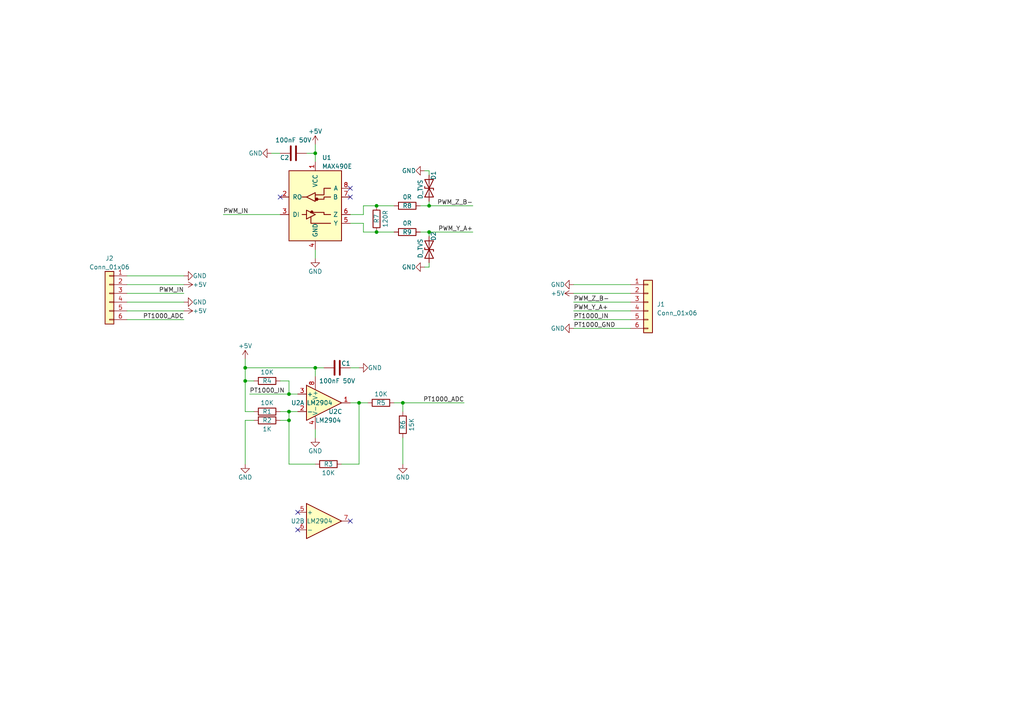
<source format=kicad_sch>
(kicad_sch (version 20230121) (generator eeschema)
  (paper "A4")
  (lib_symbols
    (symbol "Amplifier_Operational:LM2904" (pin_names (offset 0.127))
      (property "Reference" "U" (at 0 5.08 0))
      (property "Value" "LM2904" (at 0 -5.08 0))
      (symbol "LM2904_1_1"
        (polyline (pts (xy -5.08 5.08) (xy 5.08 0) (xy -5.08 -5.08) (xy -5.08 5.08)) (stroke (width 0.254)) (fill (type background)))
        (pin output line (at 7.62 0 180) (length 2.54) (name "~") (number "1"))
        (pin input line (at -7.62 -2.54 0) (length 2.54) (name "-") (number "2"))
        (pin input line (at -7.62 2.54 0) (length 2.54) (name "+") (number "3"))
      )
      (symbol "LM2904_2_1"
        (polyline (pts (xy -5.08 5.08) (xy 5.08 0) (xy -5.08 -5.08) (xy -5.08 5.08)) (stroke (width 0.254)) (fill (type background)))
        (pin input line (at -7.62 2.54 0) (length 2.54) (name "+") (number "5"))
        (pin input line (at -7.62 -2.54 0) (length 2.54) (name "-") (number "6"))
        (pin output line (at 7.62 0 180) (length 2.54) (name "~") (number "7"))
      )
      (symbol "LM2904_3_1"
        (pin power_in line (at -2.54 -7.62 90) (length 3.81) (name "V-") (number "4"))
        (pin power_in line (at -2.54 7.62 270) (length 3.81) (name "V+") (number "8"))
      )
    )
    (symbol "Connector_Generic:Conn_01x06" (pin_names (offset 1.016) hide)
      (property "Reference" "J" (at 0 7.62 0))
      (property "Value" "Conn_01x06" (at 0 -10.16 0))
      (symbol "Conn_01x06_1_1"
        (rectangle (start -1.27 -7.493) (end 0 -7.747) (stroke (width 0.1524)))
        (rectangle (start -1.27 -4.953) (end 0 -5.207) (stroke (width 0.1524)))
        (rectangle (start -1.27 -2.413) (end 0 -2.667) (stroke (width 0.1524)))
        (rectangle (start -1.27 0.127) (end 0 -0.127) (stroke (width 0.1524)))
        (rectangle (start -1.27 2.667) (end 0 2.413) (stroke (width 0.1524)))
        (rectangle (start -1.27 5.207) (end 0 4.953) (stroke (width 0.1524)))
        (rectangle (start -1.27 6.35) (end 1.27 -8.89) (stroke (width 0.254)) (fill (type background)))
        (pin passive line (at -5.08 5.08 0) (length 3.81) (name "Pin_1") (number "1"))
        (pin passive line (at -5.08 2.54 0) (length 3.81) (name "Pin_2") (number "2"))
        (pin passive line (at -5.08 0 0) (length 3.81) (name "Pin_3") (number "3"))
        (pin passive line (at -5.08 -2.54 0) (length 3.81) (name "Pin_4") (number "4"))
        (pin passive line (at -5.08 -5.08 0) (length 3.81) (name "Pin_5") (number "5"))
        (pin passive line (at -5.08 -7.62 0) (length 3.81) (name "Pin_6") (number "6"))
      )
    )
    (symbol "Device:C" (pin_numbers hide) (pin_names (offset 0.254))
      (property "Reference" "C" (at 0.635 2.54 0))
      (property "Value" "C" (at 0.635 -2.54 0))
      (symbol "C_0_1"
        (polyline (pts (xy -2.032 -0.762) (xy 2.032 -0.762)) (stroke (width 0.508)))
        (polyline (pts (xy -2.032 0.762) (xy 2.032 0.762)) (stroke (width 0.508)))
      )
      (symbol "C_1_1"
        (pin passive line (at 0 3.81 270) (length 2.794) (name "~") (number "1"))
        (pin passive line (at 0 -3.81 90) (length 2.794) (name "~") (number "2"))
      )
    )
    (symbol "Device:D_TVS" (pin_numbers hide) (pin_names (offset 1.016) hide)
      (property "Reference" "D" (at 0 2.54 0))
      (property "Value" "D_TVS" (at 0 -2.54 0))
      (symbol "D_TVS_0_1"
        (polyline (pts (xy 1.27 0) (xy -1.27 0)))
        (polyline (pts (xy 0.508 1.27) (xy 0 1.27) (xy 0 -1.27) (xy -0.508 -1.27)) (stroke (width 0.254)))
        (polyline (pts (xy -2.54 1.27) (xy -2.54 -1.27) (xy 2.54 1.27) (xy 2.54 -1.27) (xy -2.54 1.27)) (stroke (width 0.254)))
      )
      (symbol "D_TVS_1_1"
        (pin passive line (at -3.81 0 0) (length 2.54) (name "A1") (number "1"))
        (pin passive line (at 3.81 0 180) (length 2.54) (name "A2") (number "2"))
      )
    )
    (symbol "Device:R" (pin_numbers hide) (pin_names (offset 0))
      (property "Reference" "R" (at 2.032 0 90))
      (property "Value" "R" (at 0 0 90))
      (symbol "R_0_1"
        (rectangle (start -1.016 -2.54) (end 1.016 2.54) (stroke (width 0.254)))
      )
      (symbol "R_1_1"
        (pin passive line (at 0 3.81 270) (length 1.27) (name "~") (number "1"))
        (pin passive line (at 0 -3.81 90) (length 1.27) (name "~") (number "2"))
      )
    )
    (symbol "Interface_UART:MAX490E" (pin_names (offset 1.016))
      (property "Reference" "U" (at -6.096 11.43 0))
      (property "Value" "MAX490E" (at 0.762 11.43 0))
      (symbol "MAX490E_0_1"
        (rectangle (start -7.62 10.16) (end 7.62 -10.16) (stroke (width 0.254)) (fill (type background)))
        (circle (center -1.27 -1.905) (radius 0.0001) (stroke (width 0.254)))
        (circle (center -0.9906 -1.778) (radius 0.3048) (stroke (width 0.254)) (fill (type outline)))
        (polyline (pts (xy -2.54 -3.81) (xy 0 -2.54)) (stroke (width 0.254)))
        (polyline (pts (xy -2.54 -2.54) (xy -3.81 -2.54)) (stroke (width 0.254)))
        (polyline (pts (xy -2.54 2.54) (xy -3.81 2.54)) (stroke (width 0.254)))
        (polyline (pts (xy -0.635 -1.905) (xy -1.27 -1.905)))
        (polyline (pts (xy -2.54 -3.81) (xy -2.54 -1.27) (xy 0 -2.54)) (stroke (width 0.254)))
        (polyline (pts (xy -1.27 -3.175) (xy -1.27 -5.08) (xy 4.445 -5.08)) (stroke (width 0.254)))
        (polyline (pts (xy -2.54 2.54) (xy 0 3.81) (xy 0 1.27) (xy -2.54 2.54)) (stroke (width 0.254)))
        (polyline (pts (xy -0.635 -1.905) (xy 2.54 -1.905) (xy 2.54 -2.54) (xy 4.445 -2.54)) (stroke (width 0.254)))
        (polyline (pts (xy 0 3.175) (xy 2.54 3.175) (xy 2.54 5.08) (xy 4.445 5.08)) (stroke (width 0.254)))
        (polyline (pts (xy 0.635 1.905) (xy 2.54 1.905) (xy 2.54 2.54) (xy 4.445 2.54)) (stroke (width 0.254)))
        (circle (center 0.4318 1.905) (radius 0.3556) (stroke (width 0.254)) (fill (type outline)))
      )
      (symbol "MAX490E_1_1"
        (pin power_in line (at 0 12.7 270) (length 2.54) (name "VCC") (number "1"))
        (pin output line (at -10.16 2.54 0) (length 2.54) (name "RO") (number "2"))
        (pin input line (at -10.16 -2.54 0) (length 2.54) (name "DI") (number "3"))
        (pin power_in line (at 0 -12.7 90) (length 2.54) (name "GND") (number "4"))
        (pin output line (at 10.16 -5.08 180) (length 2.54) (name "Y") (number "5"))
        (pin output line (at 10.16 -2.54 180) (length 2.54) (name "Z") (number "6"))
        (pin input line (at 10.16 2.54 180) (length 2.54) (name "B") (number "7"))
        (pin input line (at 10.16 5.08 180) (length 2.54) (name "A") (number "8"))
      )
    )
    (symbol "power:+5V" (power) (pin_names (offset 0))
      (property "Value" "+5V" (at 0 3.556 0))
      (symbol "+5V_0_1"
        (polyline (pts (xy -0.762 1.27) (xy 0 2.54)))
        (polyline (pts (xy 0 0) (xy 0 2.54)))
        (polyline (pts (xy 0 2.54) (xy 0.762 1.27)))
      )
      (symbol "+5V_1_1"
        (pin power_in line (at 0 0 90) (length 0) hide (name "+5V") (number "1"))
      )
    )
    (symbol "power:GND" (power) (pin_names (offset 0))
      (property "Value" "GND" (at 0 -3.81 0))
      (symbol "GND_0_1"
        (polyline (pts (xy 0 0) (xy 0 -1.27) (xy 1.27 -1.27) (xy 0 -2.54) (xy -1.27 -1.27) (xy 0 -1.27)))
      )
      (symbol "GND_1_1"
        (pin power_in line (at 0 0 270) (length 0) hide (name "GND") (number "1"))
      )
    )
  )
  (junction (at 91.44 106.68))
  (junction (at 109.22 67.31))
  (junction (at 71.12 110.49))
  (junction (at 91.44 44.45))
  (junction (at 83.82 119.38))
  (junction (at 104.14 116.84))
  (junction (at 83.82 114.3))
  (junction (at 71.12 106.68))
  (junction (at 124.46 59.69))
  (junction (at 83.82 121.92))
  (junction (at 116.84 116.84))
  (junction (at 124.46 67.31))
  (junction (at 109.22 59.69))
  (no_connect (at 86.36 153.67))
  (no_connect (at 86.36 148.59))
  (no_connect (at 81.28 57.15))
  (no_connect (at 101.6 151.13))
  (no_connect (at 101.6 57.15))
  (no_connect (at 101.6 54.61))
  (wire (pts (xy 105.41 59.69) (xy 109.22 59.69)))
  (wire (pts (xy 101.6 64.77) (xy 105.41 64.77)))
  (wire (pts (xy 116.84 116.84) (xy 116.84 119.38)))
  (wire (pts (xy 91.44 44.45) (xy 91.44 46.99)))
  (wire (pts (xy 104.14 134.62) (xy 99.06 134.62)))
  (wire (pts (xy 124.46 77.47) (xy 124.46 76.2)))
  (wire (pts (xy 105.41 67.31) (xy 109.22 67.31)))
  (wire (pts (xy 91.44 74.93) (xy 91.44 72.39)))
  (wire (pts (xy 101.6 116.84) (xy 104.14 116.84)))
  (wire (pts (xy 166.37 87.63) (xy 182.88 87.63)))
  (wire (pts (xy 91.44 127) (xy 91.44 124.46)))
  (wire (pts (xy 106.68 116.84) (xy 104.14 116.84)))
  (wire (pts (xy 124.46 58.42) (xy 124.46 59.69)))
  (wire (pts (xy 78.74 44.45) (xy 81.28 44.45)))
  (wire (pts (xy 104.14 106.68) (xy 101.6 106.68)))
  (wire (pts (xy 36.83 92.71) (xy 53.34 92.71)))
  (wire (pts (xy 83.82 110.49) (xy 83.82 114.3)))
  (wire (pts (xy 109.22 59.69) (xy 114.3 59.69)))
  (wire (pts (xy 101.6 62.23) (xy 105.41 62.23)))
  (wire (pts (xy 71.12 110.49) (xy 71.12 119.38)))
  (wire (pts (xy 114.3 116.84) (xy 116.84 116.84)))
  (wire (pts (xy 105.41 62.23) (xy 105.41 59.69)))
  (wire (pts (xy 71.12 134.62) (xy 71.12 121.92)))
  (wire (pts (xy 124.46 49.53) (xy 124.46 50.8)))
  (wire (pts (xy 124.46 67.31) (xy 137.16 67.31)))
  (wire (pts (xy 109.22 67.31) (xy 114.3 67.31)))
  (wire (pts (xy 88.9 44.45) (xy 91.44 44.45)))
  (wire (pts (xy 91.44 134.62) (xy 83.82 134.62)))
  (wire (pts (xy 53.34 82.55) (xy 36.83 82.55)))
  (wire (pts (xy 64.77 62.23) (xy 81.28 62.23)))
  (wire (pts (xy 83.82 119.38) (xy 86.36 119.38)))
  (wire (pts (xy 91.44 41.91) (xy 91.44 44.45)))
  (wire (pts (xy 81.28 110.49) (xy 83.82 110.49)))
  (wire (pts (xy 72.39 114.3) (xy 83.82 114.3)))
  (wire (pts (xy 36.83 87.63) (xy 53.34 87.63)))
  (wire (pts (xy 81.28 119.38) (xy 83.82 119.38)))
  (wire (pts (xy 123.19 49.53) (xy 124.46 49.53)))
  (wire (pts (xy 53.34 90.17) (xy 36.83 90.17)))
  (wire (pts (xy 73.66 119.38) (xy 71.12 119.38)))
  (wire (pts (xy 121.92 67.31) (xy 124.46 67.31)))
  (wire (pts (xy 71.12 121.92) (xy 73.66 121.92)))
  (wire (pts (xy 105.41 64.77) (xy 105.41 67.31)))
  (wire (pts (xy 116.84 116.84) (xy 134.62 116.84)))
  (wire (pts (xy 123.19 77.47) (xy 124.46 77.47)))
  (wire (pts (xy 104.14 116.84) (xy 104.14 134.62)))
  (wire (pts (xy 71.12 110.49) (xy 71.12 106.68)))
  (wire (pts (xy 166.37 85.09) (xy 182.88 85.09)))
  (wire (pts (xy 166.37 92.71) (xy 182.88 92.71)))
  (wire (pts (xy 83.82 114.3) (xy 86.36 114.3)))
  (wire (pts (xy 71.12 110.49) (xy 73.66 110.49)))
  (wire (pts (xy 83.82 134.62) (xy 83.82 121.92)))
  (wire (pts (xy 166.37 90.17) (xy 182.88 90.17)))
  (wire (pts (xy 116.84 134.62) (xy 116.84 127)))
  (wire (pts (xy 182.88 82.55) (xy 166.37 82.55)))
  (wire (pts (xy 121.92 59.69) (xy 124.46 59.69)))
  (wire (pts (xy 166.37 95.25) (xy 182.88 95.25)))
  (wire (pts (xy 53.34 85.09) (xy 36.83 85.09)))
  (wire (pts (xy 71.12 104.14) (xy 71.12 106.68)))
  (wire (pts (xy 124.46 59.69) (xy 137.16 59.69)))
  (wire (pts (xy 36.83 80.01) (xy 53.34 80.01)))
  (wire (pts (xy 71.12 106.68) (xy 91.44 106.68)))
  (wire (pts (xy 124.46 67.31) (xy 124.46 68.58)))
  (wire (pts (xy 81.28 121.92) (xy 83.82 121.92)))
  (wire (pts (xy 93.98 106.68) (xy 91.44 106.68)))
  (wire (pts (xy 91.44 106.68) (xy 91.44 109.22)))
  (wire (pts (xy 83.82 119.38) (xy 83.82 121.92)))
  (label "PWM_IN" (at 53.34 85.09 180))
  (label "PT1000_GND" (at 166.37 95.25 0))
  (label "PT1000_ADC" (at 53.34 92.71 180))
  (label "PWM_Y_A+" (at 137.16 67.31 180))
  (label "PWM_Y_A+" (at 166.37 90.17 0))
  (label "PT1000_IN" (at 166.37 92.71 0))
  (label "PWM_Z_B-" (at 137.16 59.69 180))
  (label "PWM_IN" (at 64.77 62.23 0))
  (label "PT1000_ADC" (at 134.62 116.84 180))
  (label "PT1000_IN" (at 72.39 114.3 0))
  (label "PWM_Z_B-" (at 166.37 87.63 0))
  (symbol (lib_id "power:GND") (at 166.37 95.25 270) (mirror x) (unit 1)
    (property "Reference" "#PWR010" (effects hide))
    (property "Value" "GND" (at 163.83 95.25 90) (effects (justify right)))
  )
  (symbol (lib_id "power:+5V") (at 53.34 82.55 270) (unit 1)
    (property "Reference" "#PWR015" (effects hide))
    (property "Value" "+5V" (at 55.88 82.55 90) (effects (justify left)))
  )
  (symbol (lib_id "Device:R") (at 116.84 123.19 180) (unit 1)
    (property "Reference" "R6" (at 116.84 123.19 90))
    (property "Value" "15K" (at 119.38 123.19 90))
    (property "Footprint" "Resistor_SMD:R_0402_1005Metric" (effects hide))
  )
  (symbol (lib_id "Device:R") (at 118.11 67.31 270) (unit 1)
    (property "Reference" "R9" (at 118.11 67.31 90))
    (property "Value" "0R" (at 118.11 64.77 90))
    (property "Footprint" "Resistor_SMD:R_0402_1005Metric" (effects hide))
  )
  (symbol (lib_id "Connector_Generic:Conn_01x06") (at 187.96 87.63 0) (unit 1)
    (property "Reference" "J1" (at 190.5 88.265 0) (effects (justify left)))
    (property "Value" "Conn_01x06" (at 190.5 90.805 0) (effects (justify left)))
    (property "Footprint" "Connector_PinHeader_2.54mm:PinHeader_1x06_P2.54mm_Vertical" (effects hide))
  )
  (symbol (lib_id "Device:R") (at 95.25 134.62 90) (unit 1)
    (property "Reference" "R3" (at 95.25 134.62 90))
    (property "Value" "10K" (at 95.25 137.16 90))
    (property "Footprint" "Resistor_SMD:R_0402_1005Metric" (effects hide))
  )
  (symbol (lib_id "power:GND") (at 166.37 82.55 270) (mirror x) (unit 1)
    (property "Reference" "#PWR012" (effects hide))
    (property "Value" "GND" (at 163.83 82.55 90) (effects (justify right)))
  )
  (symbol (lib_id "Interface_UART:MAX490E") (at 91.44 59.69 0) (unit 1)
    (property "Reference" "U1" (at 93.3959 45.72 0) (effects (justify left)))
    (property "Value" "MAX490E" (at 93.3959 48.26 0) (effects (justify left)))
    (property "Footprint" "Package_SO:SO-8_3.9x4.9mm_P1.27mm" (effects hide))
    (property "Datasheet" "https://datasheets.maximintegrated.com/en/ds/MAX1487E-MAX491E.pdf" (effects hide))
  )
  (symbol (lib_id "Device:D_TVS") (at 124.46 54.61 90) (unit 1)
    (property "Reference" "D1" (at 125.73 49.53 0) (effects (justify right)))
    (property "Value" "D_TVS" (at 121.92 52.07 0) (effects (justify right)))
    (property "Footprint" "Diode_SMD:D_SOD-323" (effects hide))
  )
  (symbol (lib_id "Device:R") (at 77.47 110.49 90) (unit 1)
    (property "Reference" "R4" (at 77.47 110.49 90))
    (property "Value" "10K" (at 77.47 107.95 90))
    (property "Footprint" "Resistor_SMD:R_0402_1005Metric" (effects hide))
  )
  (symbol (lib_id "power:+5V") (at 53.34 90.17 270) (unit 1)
    (property "Reference" "#PWR017" (effects hide))
    (property "Value" "+5V" (at 55.88 90.17 90) (effects (justify left)))
  )
  (symbol (lib_id "Amplifier_Operational:LM2904") (at 93.98 151.13 0) (unit 2)
    (property "Reference" "U2" (at 86.36 151.13 0))
    (property "Value" "LM2904" (at 92.71 151.13 0))
    (property "Footprint" "Package_SO:SO-8_3.9x4.9mm_P1.27mm" (effects hide))
    (property "Datasheet" "http://www.ti.com/lit/ds/symlink/lm358.pdf" (effects hide))
  )
  (symbol (lib_id "power:GND") (at 123.19 49.53 270) (unit 1)
    (property "Reference" "#PWR018" (effects hide))
    (property "Value" "GND" (at 120.65 49.53 90) (effects (justify right)))
  )
  (symbol (lib_id "Device:R") (at 110.49 116.84 270) (unit 1)
    (property "Reference" "R5" (at 110.49 116.84 90))
    (property "Value" "10K" (at 110.49 114.3 90))
    (property "Footprint" "Resistor_SMD:R_0402_1005Metric" (effects hide))
  )
  (symbol (lib_id "power:GND") (at 71.12 134.62 0) (unit 1)
    (property "Reference" "#PWR03" (effects hide))
    (property "Value" "GND" (at 71.12 138.43 0))
  )
  (symbol (lib_id "Device:R") (at 109.22 63.5 0) (unit 1)
    (property "Reference" "R7" (at 109.22 64.77 90) (effects (justify left)))
    (property "Value" "120R" (at 111.76 66.04 90) (effects (justify left)))
    (property "Footprint" "Resistor_SMD:R_0603_1608Metric" (effects hide))
  )
  (symbol (lib_id "power:+5V") (at 71.12 104.14 0) (unit 1)
    (property "Reference" "#PWR01" (effects hide))
    (property "Value" "+5V" (at 71.12 100.33 0))
  )
  (symbol (lib_id "power:GND") (at 53.34 87.63 90) (unit 1)
    (property "Reference" "#PWR016" (effects hide))
    (property "Value" "GND" (at 55.88 87.63 90) (effects (justify right)))
  )
  (symbol (lib_id "Connector_Generic:Conn_01x06") (at 31.75 85.09 0) (mirror y) (unit 1)
    (property "Reference" "J2" (at 31.75 74.93 0))
    (property "Value" "Conn_01x06" (at 31.75 77.47 0))
    (property "Footprint" "Connector_PinHeader_2.54mm:PinHeader_1x06_P2.54mm_Vertical" (effects hide))
  )
  (symbol (lib_id "Device:C") (at 97.79 106.68 90) (unit 1)
    (property "Reference" "C1" (at 100.33 105.41 90))
    (property "Value" "100nF 50V" (at 97.79 110.49 90))
    (property "Footprint" "Capacitor_SMD:C_0402_1005Metric" (effects hide))
  )
  (symbol (lib_id "Device:R") (at 118.11 59.69 270) (unit 1)
    (property "Reference" "R8" (at 118.11 59.69 90))
    (property "Value" "0R" (at 118.11 57.15 90))
    (property "Footprint" "Resistor_SMD:R_0402_1005Metric" (effects hide))
  )
  (symbol (lib_id "power:GND") (at 116.84 134.62 0) (unit 1)
    (property "Reference" "#PWR05" (effects hide))
    (property "Value" "GND" (at 116.84 138.43 0))
  )
  (symbol (lib_id "Amplifier_Operational:LM2904") (at 93.98 116.84 0) (unit 1)
    (property "Reference" "U2" (at 86.36 116.84 0))
    (property "Value" "LM2904" (at 92.71 116.84 0))
    (property "Footprint" "Package_SO:SO-8_3.9x4.9mm_P1.27mm" (effects hide))
    (property "Datasheet" "http://www.ti.com/lit/ds/symlink/lm358.pdf" (effects hide))
  )
  (symbol (lib_id "power:GND") (at 91.44 74.93 0) (unit 1)
    (property "Reference" "#PWR08" (effects hide))
    (property "Value" "GND" (at 91.44 78.74 0))
  )
  (symbol (lib_id "power:GND") (at 53.34 80.01 90) (unit 1)
    (property "Reference" "#PWR014" (effects hide))
    (property "Value" "GND" (at 55.88 80.01 90) (effects (justify right)))
  )
  (symbol (lib_id "power:+5V") (at 91.44 41.91 0) (unit 1)
    (property "Reference" "#PWR06" (effects hide))
    (property "Value" "+5V" (at 91.44 38.1 0))
  )
  (symbol (lib_id "power:GND") (at 123.19 77.47 270) (unit 1)
    (property "Reference" "#PWR019" (effects hide))
    (property "Value" "GND" (at 120.65 77.47 90) (effects (justify right)))
  )
  (symbol (lib_id "Device:C") (at 85.09 44.45 270) (unit 1)
    (property "Reference" "C2" (at 82.55 45.72 90))
    (property "Value" "100nF 50V" (at 85.09 40.64 90))
    (property "Footprint" "Capacitor_SMD:C_0402_1005Metric" (effects hide))
  )
  (symbol (lib_id "Amplifier_Operational:LM2904") (at 93.98 116.84 0) (unit 3)
    (property "Reference" "U2" (at 95.25 119.38 0) (effects (justify left)))
    (property "Value" "LM2904" (at 91.44 121.92 0) (effects (justify left)))
    (property "Footprint" "Package_SO:SO-8_3.9x4.9mm_P1.27mm" (effects hide))
    (property "Datasheet" "http://www.ti.com/lit/ds/symlink/lm358.pdf" (effects hide))
  )
  (symbol (lib_id "power:GND") (at 91.44 127 0) (unit 1)
    (property "Reference" "#PWR02" (effects hide))
    (property "Value" "GND" (at 91.44 130.81 0))
  )
  (symbol (lib_id "power:GND") (at 78.74 44.45 270) (mirror x) (unit 1)
    (property "Reference" "#PWR07" (effects hide))
    (property "Value" "GND" (at 76.2 44.45 90) (effects (justify right)))
  )
  (symbol (lib_id "Device:R") (at 77.47 119.38 90) (unit 1)
    (property "Reference" "R1" (at 77.47 119.38 90))
    (property "Value" "10K" (at 77.47 116.84 90))
    (property "Footprint" "Resistor_SMD:R_0402_1005Metric" (effects hide))
  )
  (symbol (lib_id "Device:D_TVS") (at 124.46 72.39 270) (unit 1)
    (property "Reference" "D2" (at 125.73 69.85 0) (effects (justify right)))
    (property "Value" "D_TVS" (at 121.92 74.93 0) (effects (justify right)))
    (property "Footprint" "Diode_SMD:D_SOD-323" (effects hide))
  )
  (symbol (lib_id "power:+5V") (at 166.37 85.09 90) (mirror x) (unit 1)
    (property "Reference" "#PWR013" (effects hide))
    (property "Value" "+5V" (at 163.83 85.09 90) (effects (justify left)))
  )
  (symbol (lib_id "Device:R") (at 77.47 121.92 90) (unit 1)
    (property "Reference" "R2" (at 77.47 121.92 90))
    (property "Value" "1K" (at 77.47 124.46 90))
    (property "Footprint" "Resistor_SMD:R_0402_1005Metric" (effects hide))
  )
  (symbol (lib_id "power:GND") (at 104.14 106.68 90) (unit 1)
    (property "Reference" "#PWR04" (effects hide))
    (property "Value" "GND" (at 106.68 106.68 90) (effects (justify right)))
  )
)
</source>
